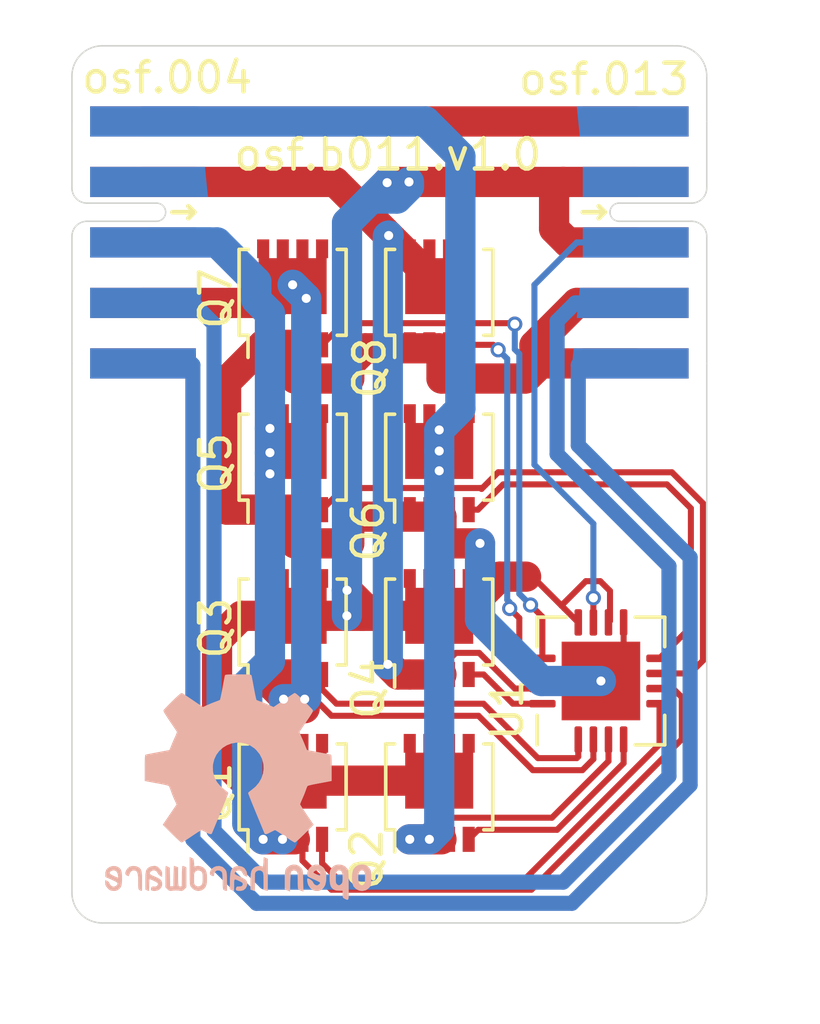
<source format=kicad_pcb>
(kicad_pcb (version 20211014) (generator pcbnew)
  (layers (0 "F.Cu" signal) (31 "B.Cu" signal) (34 "B.Paste" user) (35 "F.Paste" user) (36 "B.SilkS" user "B.Silkscreen") (37 "F.SilkS" user "F.Silkscreen") (38 "B.Mask" user) (39 "F.Mask" user) (44 "Edge.Cuts" user))
  (net 0 "")
  (net 1 "/snippet/CT_12")
  (net 2 "/snippet/TG_78")
  (net 3 "/snippet/CT_78")
  (net 4 "/snippet/TG_45")
  (net 5 "/snippet/CT_45")
  (net 6 "/snippet/TG_36")
  (net 7 "/snippet/CT_36")
  (net 8 "/snippet/TG_12")
  (net 9 "/snippet/VPORTP")
  (net 10 "/snippet/BG_78")
  (net 11 "GND")
  (net 12 "/snippet/BG_45")
  (net 13 "/snippet/BG_36")
  (net 14 "/snippet/BG_12")
  (net 15 "Net-(J1-Pad9)")
  (net 16 "Net-(J1-Pad10)")
  (net 17 "/snippet/VPORTN")
  (net 18 "/snippet/EN")
  (footprint "Package_TO_SOT_SMD:LFPAK33" (layer "F.Cu") (at 127.3 104.7 90)
    (fp_text reference "Q1" (at 0 -2.55 90) (layer "F.SilkS"))
    (fp_text value "PSMN075-100MSEX")
    (pad "1" smd rect (at -1.535 -0.975 90) (size 0.83 0.4) (layers "F.Cu" "F.Mask") (net 3 "/snippet/CT_78"))
    (pad "2" smd rect (at -1.535 -0.325 90) (size 0.83 0.4) (layers "F.Cu" "F.Mask") (net 3 "/snippet/CT_78"))
    (pad "3" smd rect (at -1.535 0.325 90) (size 0.83 0.4) (layers "F.Cu" "F.Mask") (net 3 "/snippet/CT_78"))
    (pad "4" smd rect (at -1.535 0.975 90) (size 0.83 0.4) (layers "F.Cu" "F.Mask") (net 2 "/snippet/TG_78"))
    (pad "5" smd custom (at 0.405 0 90) (size 1.85 2.25) (layers "F.Cu" "F.Mask") (net 9 "/snippet/VPORTP") (options (clearance outline) (anchor rect)) (primitives (gr_poly (pts (xy 1.545 -0.775) (xy 0.925 -0.775) (xy 0.925 -1.175) (xy 1.545 -1.175)) (width 0) (fill yes)) (gr_poly (pts (xy 1.545 -0.125) (xy 0.925 -0.125) (xy 0.925 -0.525) (xy 1.545 -0.525)) (width 0) (fill yes)) (gr_poly (pts (xy 1.545 0.525) (xy 0.925 0.525) (xy 0.925 0.125) (xy 1.545 0.125)) (width 0) (fill yes)) (gr_poly (pts (xy 1.545 1.175) (xy 0.925 1.175) (xy 0.925 0.775) (xy 1.545 0.775)) (width 0) (fill yes))))
  )
  (footprint "Package_TO_SOT_SMD:LFPAK33" (layer "F.Cu") (at 132.15 104.7 90)
    (fp_text reference "Q2" (at -2.2 -2.4 90) (layer "F.SilkS"))
    (fp_text value "PSMN075-100MSEX")
    (pad "1" smd rect (at -1.535 -0.975 90) (size 0.83 0.4) (layers "F.Cu" "F.Mask") (net 5 "/snippet/CT_45"))
    (pad "2" smd rect (at -1.535 -0.325 90) (size 0.83 0.4) (layers "F.Cu" "F.Mask") (net 5 "/snippet/CT_45"))
    (pad "3" smd rect (at -1.535 0.325 90) (size 0.83 0.4) (layers "F.Cu" "F.Mask") (net 5 "/snippet/CT_45"))
    (pad "4" smd rect (at -1.535 0.975 90) (size 0.83 0.4) (layers "F.Cu" "F.Mask") (net 4 "/snippet/TG_45"))
    (pad "5" smd custom (at 0.405 0 90) (size 1.85 2.25) (layers "F.Cu" "F.Mask") (net 9 "/snippet/VPORTP") (options (clearance outline) (anchor rect)) (primitives (gr_poly (pts (xy 1.545 -0.775) (xy 0.925 -0.775) (xy 0.925 -1.175) (xy 1.545 -1.175)) (width 0) (fill yes)) (gr_poly (pts (xy 1.545 -0.125) (xy 0.925 -0.125) (xy 0.925 -0.525) (xy 1.545 -0.525)) (width 0) (fill yes)) (gr_poly (pts (xy 1.545 0.525) (xy 0.925 0.525) (xy 0.925 0.125) (xy 1.545 0.125)) (width 0) (fill yes)) (gr_poly (pts (xy 1.545 1.175) (xy 0.925 1.175) (xy 0.925 0.775) (xy 1.545 0.775)) (width 0) (fill yes))))
  )
  (footprint "Package_TO_SOT_SMD:LFPAK33" (layer "F.Cu") (at 127.3 99.25 90)
    (fp_text reference "Q3" (at 0 -2.55 90) (layer "F.SilkS"))
    (fp_text value "PSMN075-100MSEX")
    (pad "1" smd rect (at -1.535 -0.975 90) (size 0.83 0.4) (layers "F.Cu" "F.Mask") (net 7 "/snippet/CT_36"))
    (pad "2" smd rect (at -1.535 -0.325 90) (size 0.83 0.4) (layers "F.Cu" "F.Mask") (net 7 "/snippet/CT_36"))
    (pad "3" smd rect (at -1.535 0.325 90) (size 0.83 0.4) (layers "F.Cu" "F.Mask") (net 7 "/snippet/CT_36"))
    (pad "4" smd rect (at -1.535 0.975 90) (size 0.83 0.4) (layers "F.Cu" "F.Mask") (net 6 "/snippet/TG_36"))
    (pad "5" smd custom (at 0.405 0 90) (size 1.85 2.25) (layers "F.Cu" "F.Mask") (net 9 "/snippet/VPORTP") (options (clearance outline) (anchor rect)) (primitives (gr_poly (pts (xy 1.545 -0.775) (xy 0.925 -0.775) (xy 0.925 -1.175) (xy 1.545 -1.175)) (width 0) (fill yes)) (gr_poly (pts (xy 1.545 -0.125) (xy 0.925 -0.125) (xy 0.925 -0.525) (xy 1.545 -0.525)) (width 0) (fill yes)) (gr_poly (pts (xy 1.545 0.525) (xy 0.925 0.525) (xy 0.925 0.125) (xy 1.545 0.125)) (width 0) (fill yes)) (gr_poly (pts (xy 1.545 1.175) (xy 0.925 1.175) (xy 0.925 0.775) (xy 1.545 0.775)) (width 0) (fill yes))))
  )
  (footprint "Package_TO_SOT_SMD:LFPAK33" (layer "F.Cu") (at 132.15 99.25 90)
    (fp_text reference "Q4" (at -2 -2.35 90) (layer "F.SilkS"))
    (fp_text value "PSMN075-100MSEX")
    (pad "1" smd rect (at -1.535 -0.975 90) (size 0.83 0.4) (layers "F.Cu" "F.Mask") (net 1 "/snippet/CT_12"))
    (pad "2" smd rect (at -1.535 -0.325 90) (size 0.83 0.4) (layers "F.Cu" "F.Mask") (net 1 "/snippet/CT_12"))
    (pad "3" smd rect (at -1.535 0.325 90) (size 0.83 0.4) (layers "F.Cu" "F.Mask") (net 1 "/snippet/CT_12"))
    (pad "4" smd rect (at -1.535 0.975 90) (size 0.83 0.4) (layers "F.Cu" "F.Mask") (net 8 "/snippet/TG_12"))
    (pad "5" smd custom (at 0.405 0 90) (size 1.85 2.25) (layers "F.Cu" "F.Mask") (net 9 "/snippet/VPORTP") (options (clearance outline) (anchor rect)) (primitives (gr_poly (pts (xy 1.545 -0.775) (xy 0.925 -0.775) (xy 0.925 -1.175) (xy 1.545 -1.175)) (width 0) (fill yes)) (gr_poly (pts (xy 1.545 -0.125) (xy 0.925 -0.125) (xy 0.925 -0.525) (xy 1.545 -0.525)) (width 0) (fill yes)) (gr_poly (pts (xy 1.545 0.525) (xy 0.925 0.525) (xy 0.925 0.125) (xy 1.545 0.125)) (width 0) (fill yes)) (gr_poly (pts (xy 1.545 1.175) (xy 0.925 1.175) (xy 0.925 0.775) (xy 1.545 0.775)) (width 0) (fill yes))))
  )
  (footprint "Package_TO_SOT_SMD:LFPAK33" (layer "F.Cu") (at 127.3 93.8 90)
    (fp_text reference "Q5" (at 0 -2.55 90) (layer "F.SilkS"))
    (fp_text value "PSMN075-100MSEX")
    (pad "1" smd rect (at -1.535 -0.975 90) (size 0.83 0.4) (layers "F.Cu" "F.Mask") (net 17 "/snippet/VPORTN"))
    (pad "2" smd rect (at -1.535 -0.325 90) (size 0.83 0.4) (layers "F.Cu" "F.Mask") (net 17 "/snippet/VPORTN"))
    (pad "3" smd rect (at -1.535 0.325 90) (size 0.83 0.4) (layers "F.Cu" "F.Mask") (net 17 "/snippet/VPORTN"))
    (pad "4" smd rect (at -1.535 0.975 90) (size 0.83 0.4) (layers "F.Cu" "F.Mask") (net 10 "/snippet/BG_78"))
    (pad "5" smd custom (at 0.405 0 90) (size 1.85 2.25) (layers "F.Cu" "F.Mask") (net 3 "/snippet/CT_78") (options (clearance outline) (anchor rect)) (primitives (gr_poly (pts (xy 1.545 -0.775) (xy 0.925 -0.775) (xy 0.925 -1.175) (xy 1.545 -1.175)) (width 0) (fill yes)) (gr_poly (pts (xy 1.545 -0.125) (xy 0.925 -0.125) (xy 0.925 -0.525) (xy 1.545 -0.525)) (width 0) (fill yes)) (gr_poly (pts (xy 1.545 0.525) (xy 0.925 0.525) (xy 0.925 0.125) (xy 1.545 0.125)) (width 0) (fill yes)) (gr_poly (pts (xy 1.545 1.175) (xy 0.925 1.175) (xy 0.925 0.775) (xy 1.545 0.775)) (width 0) (fill yes))))
  )
  (footprint "Package_TO_SOT_SMD:LFPAK33" (layer "F.Cu") (at 132.15 93.8 90)
    (fp_text reference "Q6" (at -2.25 -2.35 90) (layer "F.SilkS"))
    (fp_text value "PSMN075-100MSEX")
    (pad "1" smd rect (at -1.535 -0.975 90) (size 0.83 0.4) (layers "F.Cu" "F.Mask") (net 17 "/snippet/VPORTN"))
    (pad "2" smd rect (at -1.535 -0.325 90) (size 0.83 0.4) (layers "F.Cu" "F.Mask") (net 17 "/snippet/VPORTN"))
    (pad "3" smd rect (at -1.535 0.325 90) (size 0.83 0.4) (layers "F.Cu" "F.Mask") (net 17 "/snippet/VPORTN"))
    (pad "4" smd rect (at -1.535 0.975 90) (size 0.83 0.4) (layers "F.Cu" "F.Mask") (net 12 "/snippet/BG_45"))
    (pad "5" smd custom (at 0.405 0 90) (size 1.85 2.25) (layers "F.Cu" "F.Mask") (net 5 "/snippet/CT_45") (options (clearance outline) (anchor rect)) (primitives (gr_poly (pts (xy 1.545 -0.775) (xy 0.925 -0.775) (xy 0.925 -1.175) (xy 1.545 -1.175)) (width 0) (fill yes)) (gr_poly (pts (xy 1.545 -0.125) (xy 0.925 -0.125) (xy 0.925 -0.525) (xy 1.545 -0.525)) (width 0) (fill yes)) (gr_poly (pts (xy 1.545 0.525) (xy 0.925 0.525) (xy 0.925 0.125) (xy 1.545 0.125)) (width 0) (fill yes)) (gr_poly (pts (xy 1.545 1.175) (xy 0.925 1.175) (xy 0.925 0.775) (xy 1.545 0.775)) (width 0) (fill yes))))
  )
  (footprint "Package_TO_SOT_SMD:LFPAK33" (layer "F.Cu") (at 127.3 88.35 90)
    (fp_text reference "Q7" (at 0 -2.55 90) (layer "F.SilkS"))
    (fp_text value "PSMN075-100MSEX")
    (pad "1" smd rect (at -1.535 -0.975 90) (size 0.83 0.4) (layers "F.Cu" "F.Mask") (net 17 "/snippet/VPORTN"))
    (pad "2" smd rect (at -1.535 -0.325 90) (size 0.83 0.4) (layers "F.Cu" "F.Mask") (net 17 "/snippet/VPORTN"))
    (pad "3" smd rect (at -1.535 0.325 90) (size 0.83 0.4) (layers "F.Cu" "F.Mask") (net 17 "/snippet/VPORTN"))
    (pad "4" smd rect (at -1.535 0.975 90) (size 0.83 0.4) (layers "F.Cu" "F.Mask") (net 13 "/snippet/BG_36"))
    (pad "5" smd custom (at 0.405 0 90) (size 1.85 2.25) (layers "F.Cu" "F.Mask") (net 7 "/snippet/CT_36") (options (clearance outline) (anchor rect)) (primitives (gr_poly (pts (xy 1.545 -0.775) (xy 0.925 -0.775) (xy 0.925 -1.175) (xy 1.545 -1.175)) (width 0) (fill yes)) (gr_poly (pts (xy 1.545 -0.125) (xy 0.925 -0.125) (xy 0.925 -0.525) (xy 1.545 -0.525)) (width 0) (fill yes)) (gr_poly (pts (xy 1.545 0.525) (xy 0.925 0.525) (xy 0.925 0.125) (xy 1.545 0.125)) (width 0) (fill yes)) (gr_poly (pts (xy 1.545 1.175) (xy 0.925 1.175) (xy 0.925 0.775) (xy 1.545 0.775)) (width 0) (fill yes))))
  )
  (footprint "Package_TO_SOT_SMD:LFPAK33" (layer "F.Cu") (at 132.15 88.35 90)
    (fp_text reference "Q8" (at -2.3 -2.3 90) (layer "F.SilkS"))
    (fp_text value "PSMN075-100MSEX")
    (pad "1" smd rect (at -1.535 -0.975 90) (size 0.83 0.4) (layers "F.Cu" "F.Mask") (net 17 "/snippet/VPORTN"))
    (pad "2" smd rect (at -1.535 -0.325 90) (size 0.83 0.4) (layers "F.Cu" "F.Mask") (net 17 "/snippet/VPORTN"))
    (pad "3" smd rect (at -1.535 0.325 90) (size 0.83 0.4) (layers "F.Cu" "F.Mask") (net 17 "/snippet/VPORTN"))
    (pad "4" smd rect (at -1.535 0.975 90) (size 0.83 0.4) (layers "F.Cu" "F.Mask") (net 14 "/snippet/BG_12"))
    (pad "5" smd custom (at 0.405 0 90) (size 1.85 2.25) (layers "F.Cu" "F.Mask") (net 1 "/snippet/CT_12") (options (clearance outline) (anchor rect)) (primitives (gr_poly (pts (xy 1.545 -0.775) (xy 0.925 -0.775) (xy 0.925 -1.175) (xy 1.545 -1.175)) (width 0) (fill yes)) (gr_poly (pts (xy 1.545 -0.125) (xy 0.925 -0.125) (xy 0.925 -0.525) (xy 1.545 -0.525)) (width 0) (fill yes)) (gr_poly (pts (xy 1.545 0.525) (xy 0.925 0.525) (xy 0.925 0.125) (xy 1.545 0.125)) (width 0) (fill yes)) (gr_poly (pts (xy 1.545 1.175) (xy 0.925 1.175) (xy 0.925 0.775) (xy 1.545 0.775)) (width 0) (fill yes))))
  )
  (footprint "Package_DFN_QFN:WQFN-16-1EP_4x4mm_P0.5mm_EP2.6x2.6mm" (layer "F.Cu") (at 137.5 101 90)
    (fp_text reference "U1" (at -0.95 -3.1 90) (layer "F.SilkS"))
    (fp_text value "LT4321")
    (pad "1" smd roundrect (at -1.9375 -0.75 90) (size 0.875 0.25) (layers "F.Cu" "F.Paste" "F.Mask") (net 6 "/snippet/TG_36"))
    (pad "2" smd roundrect (at -1.9375 -0.25 90) (size 0.875 0.25) (layers "F.Cu" "F.Paste" "F.Mask") (net 7 "/snippet/CT_36"))
    (pad "3" smd roundrect (at -1.9375 0.25 90) (size 0.875 0.25) (layers "F.Cu" "F.Paste" "F.Mask") (net 5 "/snippet/CT_45"))
    (pad "4" smd roundrect (at -1.9375 0.75 90) (size 0.875 0.25) (layers "F.Cu" "F.Paste" "F.Mask") (net 4 "/snippet/TG_45"))
    (pad "5" smd roundrect (at -0.75 1.9375 90) (size 0.25 0.875) (layers "F.Cu" "F.Paste" "F.Mask") (net 2 "/snippet/TG_78"))
    (pad "6" smd roundrect (at -0.25 1.9375 90) (size 0.25 0.875) (layers "F.Cu" "F.Paste" "F.Mask") (net 3 "/snippet/CT_78"))
    (pad "7" smd roundrect (at 0.25 1.9375 90) (size 0.25 0.875) (layers "F.Cu" "F.Paste" "F.Mask") (net 10 "/snippet/BG_78"))
    (pad "8" smd roundrect (at 0.75 1.9375 90) (size 0.25 0.875) (layers "F.Cu" "F.Paste" "F.Mask") (net 12 "/snippet/BG_45"))
    (pad "9" smd roundrect (at 1.9375 0.75 90) (size 0.875 0.25) (layers "F.Cu" "F.Paste" "F.Mask") (net 17 "/snippet/VPORTN"))
    (pad "10" smd roundrect (at 1.9375 0.25 90) (size 0.875 0.25) (layers "F.Cu" "F.Paste" "F.Mask") (net 9 "/snippet/VPORTP"))
    (pad "11" smd roundrect (at 1.9375 -0.25 90) (size 0.875 0.25) (layers "F.Cu" "F.Paste" "F.Mask") (net 18 "/snippet/EN"))
    (pad "12" smd roundrect (at 1.9375 -0.75 90) (size 0.875 0.25) (layers "F.Cu" "F.Paste" "F.Mask") (net 9 "/snippet/VPORTP"))
    (pad "13" smd roundrect (at 0.75 -1.9375 90) (size 0.25 0.875) (layers "F.Cu" "F.Paste" "F.Mask") (net 13 "/snippet/BG_36"))
    (pad "14" smd roundrect (at 0.25 -1.9375 90) (size 0.25 0.875) (layers "F.Cu" "F.Paste" "F.Mask") (net 14 "/snippet/BG_12"))
    (pad "15" smd roundrect (at -0.25 -1.9375 90) (size 0.25 0.875) (layers "F.Cu" "F.Paste" "F.Mask") (net 1 "/snippet/CT_12"))
    (pad "16" smd roundrect (at -0.75 -1.9375 90) (size 0.25 0.875) (layers "F.Cu" "F.Paste" "F.Mask") (net 8 "/snippet/TG_12"))
    (pad "17" smd rect (at 0 0 90) (size 2.6 2.6) (layers "F.Cu" "F.Mask") (net 17 "/snippet/VPORTN"))
  )
  (footprint "on_edge:on_edge_2x05_device" (layer "F.Cu") (at 120 86.5 -90)
    (fp_text reference "J1")
    (fp_text value "004_BASE-T_CT_2x3")
    (fp_line (start -1.3 -2.8) (end -1.3 -0.5) (layer "Edge.Cuts") (width 0.05))
    (fp_line (start -0.7 -0.5) (end -0.7 -2.8) (layer "Edge.Cuts") (width 0.05))
    (fp_line (start -4 0) (end -1.8 0) (layer "Edge.Cuts") (width 0.05))
    (fp_line (start -0.2 0) (end 4 0) (layer "Edge.Cuts") (width 0.05))
    (fp_arc (start -0.2 0) (mid -0.553553 -0.146447) (end -0.7 -0.5) (layer "Edge.Cuts") (width 0.05))
    (fp_arc (start -1.3 -0.5) (mid -1.446447 -0.146447) (end -1.8 0) (layer "Edge.Cuts") (width 0.05))
    (fp_arc (start -1.3 -2.8) (mid -1 -3.1) (end -0.7 -2.8) (layer "Edge.Cuts") (width 0.05))
    (pad "1" smd rect (at -4 -2.35 90) (size 1 3.5) (layers "F.Cu" "F.Mask") (net 11 "GND"))
    (pad "2" smd rect (at -2 -2.35 270) (size 1 3.5) (layers "F.Cu" "F.Mask") (net 1 "/snippet/CT_12"))
    (pad "3" smd rect (at 0 -2.35 270) (size 1 3.5) (layers "F.Cu" "F.Mask"))
    (pad "4" smd rect (at 2 -2.35 90) (size 1 3.5) (layers "F.Cu" "F.Mask") (net 7 "/snippet/CT_36"))
    (pad "5" smd rect (at 4 -2.35 90) (size 1 3.5) (layers "F.Cu" "F.Mask"))
    (pad "6" smd custom (at -4 -2.4 270) (size 1 3.6) (layers "B.Cu" "B.Mask") (net 5 "/snippet/CT_45") (options (clearance outline) (anchor rect)) (primitives (gr_poly (pts (xy 0.5 -1.8) (xy 0.5 -1.9) (xy -0.5 -1.8)) (width 0) (fill yes))))
    (pad "7" smd custom (at -2 -2.1 270) (size 1 3) (layers "B.Cu" "B.Mask") (options (clearance outline) (anchor rect)) (primitives (gr_poly (pts (xy 0.3 -0.51) (xy 0.31 -0.62) (xy 0.33 -0.7) (xy 0.35 -0.76) (xy 0.37 -0.81) (xy 0.4 -0.86) (xy 0.44 -0.92) (xy 0.48 -0.97) (xy 0.5 -0.99) (xy 0.5 -2.4) (xy -0.5 -2.3) (xy -0.5 1.5) (xy 0.3 1.5)) (width 0) (fill yes))))
    (pad "8" smd rect (at 0 -2.6 270) (size 1 4) (layers "B.Cu" "B.Mask") (net 3 "/snippet/CT_78"))
    (pad "9" smd custom (at 2 -2.4 270) (size 1 3.6) (layers "B.Cu" "B.Mask") (net 15 "Net-(J1-Pad9)") (options (clearance outline) (anchor rect)) (primitives (gr_poly (pts (xy -0.5 -1.8) (xy -0.5 -1.9) (xy 0.5 -1.8)) (width 0) (fill yes))))
    (pad "10" smd custom (at 4 -2.3 270) (size 1 3.4) (layers "B.Cu" "B.Mask") (net 16 "Net-(J1-Pad10)") (options (clearance outline) (anchor rect)) (primitives (gr_poly (pts (xy -0.5 -1.7) (xy -0.5 -1.8) (xy 0.5 -1.7)) (width 0) (fill yes))))
  )
  (footprint "on_edge:on_edge_2x05_host" (layer "F.Cu") (at 141 86.5 -90)
    (fp_text reference "J2")
    (fp_text value "013_PoE_rectified")
    (fp_line (start -0.2 0) (end 4 0) (layer "Edge.Cuts") (width 0.05))
    (fp_line (start -0.7 2.9) (end -0.7 0.5) (layer "Edge.Cuts") (width 0.05))
    (fp_line (start -4 0) (end -1.8 0) (layer "Edge.Cuts") (width 0.05))
    (fp_line (start -1.3 0.5) (end -1.3 2.9) (layer "Edge.Cuts") (width 0.05))
    (fp_arc (start -0.7 2.9) (mid -1 3.2) (end -1.3 2.9) (layer "Edge.Cuts") (width 0.05))
    (fp_arc (start -0.7 0.5) (mid -0.553553 0.146447) (end -0.2 0) (layer "Edge.Cuts") (width 0.05))
    (fp_arc (start -1.8 0) (mid -1.446447 0.146447) (end -1.3 0.5) (layer "Edge.Cuts") (width 0.05))
    (pad "1" smd rect (at -4 2.35 270) (size 1 3.5) (layers "F.Cu" "F.Mask") (net 11 "GND"))
    (pad "2" smd rect (at -2 2.35 270) (size 1 3.5) (layers "F.Cu" "F.Mask") (net 9 "/snippet/VPORTP"))
    (pad "3" smd rect (at 0 2.35 270) (size 1 3.5) (layers "F.Cu" "F.Mask") (net 9 "/snippet/VPORTP"))
    (pad "4" smd rect (at 2 2.35 270) (size 1 3.5) (layers "F.Cu" "F.Mask") (net 17 "/snippet/VPORTN"))
    (pad "5" smd rect (at 4 2.35 270) (size 1 3.5) (layers "F.Cu" "F.Mask") (net 17 "/snippet/VPORTN"))
    (pad "6" smd custom (at -4 2.4 90) (size 1 3.6) (layers "B.Cu" "B.Mask") (options (clearance outline) (anchor rect)) (primitives (gr_poly (pts (xy 0.5 -1.8) (xy -0.5 -1.8) (xy 0.5 -1.9)) (width 0) (fill yes))))
    (pad "7" smd rect (at -2 2.35 90) (size 1 3.5) (layers "B.Cu" "B.Mask"))
    (pad "8" smd rect (at 0 2.35 90) (size 1 3.5) (layers "B.Cu" "B.Mask") (net 18 "/snippet/EN"))
    (pad "9" smd custom (at 2 2.4 90) (size 1 3.6) (layers "B.Cu" "B.Mask") (net 15 "Net-(J1-Pad9)") (options (clearance outline) (anchor rect)) (primitives (gr_poly (pts (xy 0.5 -1.8) (xy -0.5 -1.8) (xy -0.5 -1.9)) (width 0) (fill yes))))
    (pad "10" smd custom (at 4 2.5 90) (size 1 3.8) (layers "B.Cu" "B.Mask") (net 16 "Net-(J1-Pad10)") (options (clearance outline) (anchor rect)) (primitives (gr_poly (pts (xy 0.5 -1.9) (xy -0.5 -1.9) (xy -0.5 -2)) (width 0) (fill yes))))
  )
  (footprint "Symbol:OSHW-Logo2_9.8x8mm_SilkScreen" (layer "B.Cu") (at 125.5 104.5 180)
    (fp_text reference "LOGO1" hide)
    (fp_text value "Logo_Open_Hardware_Small" hide)
  )
  (gr_line (start 120 108) (end 120 90.5) (layer "Edge.Cuts") (width 0.05))
  (gr_arc (start 141 108) (mid 140.707107 108.707107) (end 140 109) (layer "Edge.Cuts") (width 0.05))
  (gr_line (start 141 82.5) (end 141 81) (layer "Edge.Cuts") (width 0.05))
  (gr_line (start 120 82.5) (end 120 81) (layer "Edge.Cuts") (width 0.05))
  (gr_line (start 141 90.5) (end 141 108) (layer "Edge.Cuts") (width 0.05))
  (gr_arc (start 121 109) (mid 120.292893 108.707107) (end 120 108) (layer "Edge.Cuts") (width 0.05))
  (gr_line (start 140 109) (end 121 109) (layer "Edge.Cuts") (width 0.05))
  (gr_arc (start 120 81) (mid 120.292893 80.292893) (end 121 80) (layer "Edge.Cuts") (width 0.05))
  (gr_arc (start 140 80) (mid 140.707107 80.292893) (end 141 81) (layer "Edge.Cuts") (width 0.05))
  (gr_line (start 121 80) (end 140 80) (layer "Edge.Cuts") (width 0.05))
  (gr_text "osf.013" (at 137.6 81.1) (layer "F.SilkS") (effects (font (size 1 1))))
  (gr_text "osf.b011.v1.0" (at 130.45 83.6) (layer "F.SilkS") (effects (font (size 1 1))))
  (gr_text "osf.004" (at 123.15 81.05) (layer "F.SilkS") (effects (font (size 1 1))))
  (segment (start 122.35 84.5) (end 128.705 84.5) (width 1) (layer "F.Cu") (net 1))
  (segment (start 131.175 100.785) (end 130.785 100.785) (width 1) (layer "F.Cu") (net 1))
  (segment (start 133.47 100.07) (end 132.7 100.07) (width 0.2) (layer "F.Cu") (net 1))
  (segment (start 128.705 84.5) (end 130.4775 86.2725) (width 1) (layer "F.Cu") (net 1))
  (segment (start 131.175 100.785) (end 132.225 100.785) (width 1) (layer "F.Cu") (net 1))
  (segment (start 132.7 100.07) (end 132.475 100.295) (width 0.2) (layer "F.Cu") (net 1))
  (segment (start 130.785 100.785) (end 130.45 100.45) (width 1) (layer "F.Cu") (net 1))
  (segment (start 130.4775 86.2725) (end 132.15 87.945) (width 1) (layer "F.Cu") (net 1))
  (segment (start 134.65 101.25) (end 133.47 100.07) (width 0.2) (layer "F.Cu") (net 1))
  (segment (start 135.5625 101.25) (end 134.65 101.25) (width 0.2) (layer "F.Cu") (net 1))
  (segment (start 132.475 100.295) (end 132.475 100.785) (width 0.2) (layer "F.Cu") (net 1))
  (via (at 130.45 100.45) (size 0.5) (drill 0.3) (layers "F.Cu" "B.Cu") (net 1))
  (via (at 130.4775 86.2725) (size 0.5) (drill 0.3) (layers "F.Cu" "B.Cu") (net 1))
  (segment (start 130.45 100.45) (end 130.45 86.3) (width 1) (layer "B.Cu") (net 1))
  (segment (start 130.45 86.3) (end 130.4775 86.2725) (width 1) (layer "B.Cu") (net 1))
  (segment (start 128.275 107.025) (end 128.275 106.235) (width 0.2) (layer "F.Cu") (net 2))
  (segment (start 139.4375 103.096814) (end 135.034314 107.5) (width 0.2) (layer "F.Cu") (net 2))
  (segment (start 135.034314 107.5) (end 128.75 107.5) (width 0.2) (layer "F.Cu") (net 2))
  (segment (start 139.4375 101.75) (end 139.4375 103.096814) (width 0.2) (layer "F.Cu") (net 2))
  (segment (start 128.75 107.5) (end 128.275 107.025) (width 0.2) (layer "F.Cu") (net 2))
  (segment (start 140.175 102.925) (end 140.175 101.537348) (width 0.2) (layer "F.Cu") (net 3))
  (segment (start 135.2 107.9) (end 140.175 102.925) (width 0.2) (layer "F.Cu") (net 3))
  (segment (start 127.625 106.235) (end 127.625 106.940686) (width 0.2) (layer "F.Cu") (net 3))
  (segment (start 128.584314 107.9) (end 135.2 107.9) (width 0.2) (layer "F.Cu") (net 3))
  (segment (start 127.625 106.940686) (end 128.584314 107.9) (width 0.2) (layer "F.Cu") (net 3))
  (segment (start 126.965 106.235) (end 127.375 106.235) (width 1) (layer "F.Cu") (net 3))
  (segment (start 126.325 106.235) (end 126.965 106.235) (width 1) (layer "F.Cu") (net 3))
  (segment (start 139.887652 101.25) (end 139.4375 101.25) (width 0.2) (layer "F.Cu") (net 3))
  (segment (start 140.175 101.537348) (end 139.887652 101.25) (width 0.2) (layer "F.Cu") (net 3))
  (via (at 126.325 106.235) (size 0.5) (drill 0.3) (layers "F.Cu" "B.Cu") (net 3))
  (via (at 126.55 94.15) (size 0.5) (drill 0.3) (layers "F.Cu" "B.Cu") (net 3))
  (via (at 126.55 93.45) (size 0.5) (drill 0.3) (layers "F.Cu" "B.Cu") (net 3))
  (via (at 126.965 106.235) (size 0.5) (drill 0.3) (layers "F.Cu" "B.Cu") (net 3))
  (via (at 126.55 92.65) (size 0.5) (drill 0.3) (layers "F.Cu" "B.Cu") (net 3))
  (segment (start 126.55 93.45) (end 126.55 92.65) (width 1) (layer "B.Cu") (net 3))
  (segment (start 126.965 106.015) (end 126.965 106.235) (width 1) (layer "B.Cu") (net 3))
  (segment (start 126 105.05) (end 126.965 106.015) (width 1) (layer "B.Cu") (net 3))
  (segment (start 126.55 100.352944) (end 125.8 101.102944) (width 1) (layer "B.Cu") (net 3))
  (segment (start 124.8 86.5) (end 122.6 86.5) (width 1) (layer "B.Cu") (net 3))
  (segment (start 125.8 105.05) (end 125.8 105.71) (width 1) (layer "B.Cu") (net 3))
  (segment (start 126.55 94.15) (end 126.55 100.352944) (width 1) (layer "B.Cu") (net 3))
  (segment (start 125.8 101.102944) (end 125.8 105.05) (width 1) (layer "B.Cu") (net 3))
  (segment (start 125.8 105.71) (end 126.325 106.235) (width 1) (layer "B.Cu") (net 3))
  (segment (start 126.55 93.45) (end 126.55 94.15) (width 1) (layer "B.Cu") (net 3))
  (segment (start 126.1 88.397056) (end 126.1 87.8) (width 1) (layer "B.Cu") (net 3))
  (segment (start 126.55 92.65) (end 126.55 88.847056) (width 1) (layer "B.Cu") (net 3))
  (segment (start 125.8 105.05) (end 126 105.05) (width 1) (layer "B.Cu") (net 3))
  (segment (start 126.1 87.8) (end 124.8 86.5) (width 1) (layer "B.Cu") (net 3))
  (segment (start 126.55 88.847056) (end 126.1 88.397056) (width 1) (layer "B.Cu") (net 3))
  (segment (start 133.125 106.235) (end 133.44 105.92) (width 0.2) (layer "F.Cu") (net 4))
  (segment (start 133.44 105.92) (end 136.048628 105.92) (width 0.2) (layer "F.Cu") (net 4))
  (segment (start 136.048628 105.92) (end 138.25 103.718628) (width 0.2) (layer "F.Cu") (net 4))
  (segment (start 138.25 103.718628) (end 138.25 102.9375) (width 0.2) (layer "F.Cu") (net 4))
  (segment (start 132.575 105.52) (end 135.88 105.52) (width 0.2) (layer "F.Cu") (net 5))
  (segment (start 131.175 106.235) (end 132.225 106.235) (width 1) (layer "F.Cu") (net 5))
  (segment (start 137.75 103.65) (end 137.75 102.9375) (width 0.2) (layer "F.Cu") (net 5))
  (segment (start 132.475 105.62) (end 132.575 105.52) (width 0.2) (layer "F.Cu") (net 5))
  (segment (start 132.475 106.235) (end 132.475 105.62) (width 0.2) (layer "F.Cu") (net 5))
  (segment (start 135.88 105.52) (end 137.75 103.65) (width 0.2) (layer "F.Cu") (net 5))
  (via (at 131.175 106.235) (size 0.5) (drill 0.3) (layers "F.Cu" "B.Cu") (net 5))
  (via (at 132.15 94.05) (size 0.5) (drill 0.3) (layers "F.Cu" "B.Cu") (net 5))
  (via (at 131.825 106.235) (size 0.5) (drill 0.3) (layers "F.Cu" "B.Cu") (net 5))
  (via (at 132.15 93.395) (size 0.5) (drill 0.3) (layers "F.Cu" "B.Cu") (net 5))
  (via (at 132.15 92.7) (size 0.5) (drill 0.3) (layers "F.Cu" "B.Cu") (net 5))
  (segment (start 131.825 106.235) (end 131.175 106.235) (width 1) (layer "B.Cu") (net 5))
  (segment (start 132.15 105.91) (end 131.825 106.235) (width 1) (layer "B.Cu") (net 5))
  (segment (start 132.85 92) (end 132.15 92.7) (width 1) (layer "B.Cu") (net 5))
  (segment (start 132.15 92.7) (end 132.15 93.395) (width 1) (layer "B.Cu") (net 5))
  (segment (start 132.15 93.395) (end 132.15 94.05) (width 1) (layer "B.Cu") (net 5))
  (segment (start 122.4 82.5) (end 131.7 82.5) (width 1) (layer "B.Cu") (net 5))
  (segment (start 131.7 82.5) (end 132.85 83.65) (width 1) (layer "B.Cu") (net 5))
  (segment (start 132.85 83.65) (end 132.85 92) (width 1) (layer "B.Cu") (net 5))
  (segment (start 132.15 94.05) (end 132.15 105.91) (width 1) (layer "B.Cu") (net 5))
  (segment (start 128.275 101.275) (end 128.275 100.785) (width 0.2) (layer "F.Cu") (net 6))
  (segment (start 136.7 103.55) (end 135.415686 103.55) (width 0.2) (layer "F.Cu") (net 6))
  (segment (start 128.75 101.75) (end 128.275 101.275) (width 0.2) (layer "F.Cu") (net 6))
  (segment (start 135.415686 103.55) (end 133.615686 101.75) (width 0.2) (layer "F.Cu") (net 6))
  (segment (start 133.615686 101.75) (end 128.75 101.75) (width 0.2) (layer "F.Cu") (net 6))
  (segment (start 136.75 102.9375) (end 136.75 103.5) (width 0.2) (layer "F.Cu") (net 6))
  (segment (start 136.75 103.5) (end 136.7 103.55) (width 0.2) (layer "F.Cu") (net 6))
  (segment (start 128.584314 102.15) (end 133.45 102.15) (width 0.2) (layer "F.Cu") (net 7))
  (segment (start 127.375 101.9) (end 127.7 101.9) (width 1) (layer "F.Cu") (net 7))
  (segment (start 126.325 100.85) (end 127.375 101.9) (width 1) (layer "F.Cu") (net 7))
  (segment (start 135.25 103.95) (end 136.884314 103.95) (width 0.2) (layer "F.Cu") (net 7))
  (segment (start 126.325 100.785) (end 127.375 100.785) (width 1) (layer "F.Cu") (net 7))
  (segment (start 126.325 100.785) (end 126.325 100.85) (width 1) (layer "F.Cu") (net 7))
  (segment (start 127.3 87.945) (end 127.3 87.9) (width 1) (layer "F.Cu") (net 7))
  (segment (start 127.625 100.785) (end 127.625 101.190686) (width 0.2) (layer "F.Cu") (net 7))
  (segment (start 122.35 88.5) (end 126.745 88.5) (width 1) (layer "F.Cu") (net 7))
  (segment (start 127 101.6) (end 127 100.81) (width 1) (layer "F.Cu") (net 7))
  (segment (start 136.884314 103.95) (end 137.25 103.584314) (width 0.2) (layer "F.Cu") (net 7))
  (segment (start 137.25 103.584314) (end 137.25 102.9375) (width 0.2) (layer "F.Cu") (net 7))
  (segment (start 126.745 88.5) (end 127.3 87.945) (width 1) (layer "F.Cu") (net 7))
  (segment (start 133.45 102.15) (end 135.25 103.95) (width 0.2) (layer "F.Cu") (net 7))
  (segment (start 127.625 101.190686) (end 128.584314 102.15) (width 0.2) (layer "F.Cu") (net 7))
  (segment (start 127 100.81) (end 126.975 100.785) (width 1) (layer "F.Cu") (net 7))
  (via (at 127.75 88.35) (size 0.5) (drill 0.3) (layers "F.Cu" "B.Cu") (net 7))
  (via (at 127.3 87.9) (size 0.5) (drill 0.3) (layers "F.Cu" "B.Cu") (net 7))
  (via (at 127 101.6) (size 0.5) (drill 0.3) (layers "F.Cu" "B.Cu") (net 7))
  (via (at 127.7 101.6) (size 0.5) (drill 0.3) (layers "F.Cu" "B.Cu") (net 7))
  (segment (start 127.7 101.6) (end 127.75 101.55) (width 1) (layer "B.Cu") (net 7))
  (segment (start 127 101.6) (end 127.7 101.6) (width 1) (layer "B.Cu") (net 7))
  (segment (start 127.3 87.9) (end 127.75 88.35) (width 1) (layer "B.Cu") (net 7))
  (segment (start 127.75 88.35) (end 127.75 101.55) (width 1) (layer "B.Cu") (net 7))
  (segment (start 133.619314 100.785) (end 134.584314 101.75) (width 0.2) (layer "F.Cu") (net 8))
  (segment (start 133.125 100.785) (end 133.619314 100.785) (width 0.2) (layer "F.Cu") (net 8))
  (segment (start 134.584314 101.75) (end 135.5625 101.75) (width 0.2) (layer "F.Cu") (net 8))
  (segment (start 137.75 99.0625) (end 137.8 99.0125) (width 0.2) (layer "F.Cu") (net 9))
  (segment (start 136.29375 98.60625) (end 136.75 99.0625) (width 0.2) (layer "F.Cu") (net 9))
  (segment (start 135.95 86.05) (end 135.95 84.8) (width 1) (layer "F.Cu") (net 9))
  (segment (start 132.15 104.295) (end 127.3 104.295) (width 1) (layer "F.Cu") (net 9))
  (segment (start 137.477818 97.7) (end 137 97.7) (width 0.2) (layer "F.Cu") (net 9))
  (segment (start 138.65 84.5) (end 136.25 84.5) (width 1) (layer "F.Cu") (net 9))
  (segment (start 135.95 84.8) (end 136.25 84.5) (width 1) (layer "F.Cu") (net 9))
  (segment (start 135.025 97.55) (end 134.15 97.55) (width 1) (layer "F.Cu") (net 9))
  (segment (start 125.695 104.295) (end 124.8 103.4) (width 1) (layer "F.Cu") (net 9))
  (segment (start 129.605 98.845) (end 132.15 98.845) (width 1) (layer "F.Cu") (net 9))
  (segment (start 136.25 84.5) (end 131.15 84.5) (width 1) (layer "F.Cu") (net 9))
  (segment (start 129.095 98.845) (end 129.605 98.845) (width 1) (layer "F.Cu") (net 9))
  (segment (start 134.15 97.55) (end 132.855 98.845) (width 1) (layer "F.Cu") (net 9))
  (segment (start 127.3 98.845) (end 129.095 98.845) (width 1) (layer "F.Cu") (net 9))
  (segment (start 129.605 98.505) (end 129.605 98.845) (width 1) (layer "F.Cu") (net 9))
  (segment (start 127.3 104.295) (end 125.695 104.295) (width 1) (layer "F.Cu") (net 9))
  (segment (start 135.2375 97.55) (end 136.19375 98.50625) (width 0.2) (layer "F.Cu") (net 9))
  (segment (start 135.025 97.55) (end 135.2375 97.55) (width 0.2) (layer "F.Cu") (net 9))
  (segment (start 125.605 98.845) (end 127.3 98.845) (width 1) (layer "F.Cu") (net 9))
  (segment (start 136.4 86.5) (end 135.95 86.05) (width 1) (layer "F.Cu") (net 9))
  (segment (start 132.855 98.845) (end 132.15 98.845) (width 1) (layer "F.Cu") (net 9))
  (segment (start 137.8 99.0125) (end 137.8 98.022182) (width 0.2) (layer "F.Cu") (net 9))
  (segment (start 130.45 84.5) (end 130.426028 84.523972) (width 1) (layer "F.Cu") (net 9))
  (segment (start 131.15 84.5) (end 130.45 84.5) (width 1) (layer "F.Cu") (net 9))
  (segment (start 129.1 98) (end 129.605 98.505) (width 1) (layer "F.Cu") (net 9))
  (segment (start 138.65 86.5) (end 136.4 86.5) (width 1) (layer "F.Cu") (net 9))
  (segment (start 124.8 103.4) (end 124.8 99.65) (width 1) (layer "F.Cu") (net 9))
  (segment (start 137.8 98.022182) (end 137.477818 97.7) (width 0.2) (layer "F.Cu") (net 9))
  (segment (start 136.19375 98.50625) (end 136.29375 98.60625) (width 0.2) (layer "F.Cu") (net 9))
  (segment (start 124.8 99.65) (end 125.605 98.845) (width 1) (layer "F.Cu") (net 9))
  (segment (start 137 97.7) (end 136.19375 98.50625) (width 0.2) (layer "F.Cu") (net 9))
  (via (at 131.15 84.5) (size 0.5) (drill 0.3) (layers "F.Cu" "B.Cu") (net 9))
  (via (at 129.1 98) (size 0.5) (drill 0.3) (layers "F.Cu" "B.Cu") (net 9))
  (via (at 130.426028 84.523972) (size 0.5) (drill 0.3) (layers "F.Cu" "B.Cu") (net 9))
  (via (at 129.095 98.845) (size 0.5) (drill 0.3) (layers "F.Cu" "B.Cu") (net 9))
  (segment (start 130.75 85.05) (end 129.95 85.05) (width 1) (layer "B.Cu") (net 9))
  (segment (start 131.15 84.5) (end 131.15 84.65) (width 1) (layer "B.Cu") (net 9))
  (segment (start 129.1 85.85) (end 129.1 98) (width 1) (layer "B.Cu") (net 9))
  (segment (start 131.15 84.65) (end 130.75 85.05) (width 1) (layer "B.Cu") (net 9))
  (segment (start 130.426028 84.523972) (end 129.925 85.025) (width 1) (layer "B.Cu") (net 9))
  (segment (start 129.095 98.005) (end 129.1 98) (width 1) (layer "B.Cu") (net 9))
  (segment (start 129.925 85.025) (end 129.1 85.85) (width 1) (layer "B.Cu") (net 9))
  (segment (start 129.95 85.05) (end 129.925 85.025) (width 1) (layer "B.Cu") (net 9))
  (segment (start 129.095 98.845) (end 129.095 98.005) (width 1) (layer "B.Cu") (net 9))
  (segment (start 128.99 94.62) (end 128.275 95.335) (width 0.2) (layer "F.Cu") (net 10))
  (segment (start 140.875 100.325) (end 140.875 95.125) (width 0.2) (layer "F.Cu") (net 10))
  (segment (start 139.4375 100.75) (end 140.45 100.75) (width 0.2) (layer "F.Cu") (net 10))
  (segment (start 139.85 94.1) (end 134.1 94.1) (width 0.2) (layer "F.Cu") (net 10))
  (segment (start 140.875 95.125) (end 139.85 94.1) (width 0.2) (layer "F.Cu") (net 10))
  (segment (start 140.45 100.75) (end 140.875 100.325) (width 0.2) (layer "F.Cu") (net 10))
  (segment (start 133.52 94.62) (end 128.99 94.62) (width 0.2) (layer "F.Cu") (net 10))
  (segment (start 133.55 94.65) (end 133.52 94.62) (width 0.2) (layer "F.Cu") (net 10))
  (segment (start 134.1 94.1) (end 133.55 94.65) (width 0.2) (layer "F.Cu") (net 10))
  (segment (start 138.65 82.5) (end 122.35 82.5) (width 1) (layer "F.Cu") (net 11))
  (segment (start 134.265686 94.5) (end 133.430686 95.335) (width 0.2) (layer "F.Cu") (net 12))
  (segment (start 133.430686 95.335) (end 133.125 95.335) (width 0.2) (layer "F.Cu") (net 12))
  (segment (start 139.4375 100.25) (end 140.475 99.2125) (width 0.2) (layer "F.Cu") (net 12))
  (segment (start 140.475 99.2125) (end 140.475 95.290686) (width 0.2) (layer "F.Cu") (net 12))
  (segment (start 140.475 95.290686) (end 139.684314 94.5) (width 0.2) (layer "F.Cu") (net 12))
  (segment (start 139.684314 94.5) (end 134.265686 94.5) (width 0.2) (layer "F.Cu") (net 12))
  (segment (start 128.99 89.17) (end 128.275 89.885) (width 0.2) (layer "F.Cu") (net 13))
  (segment (start 135.171581 98.488118) (end 135.5625 98.879037) (width 0.2) (layer "F.Cu") (net 13))
  (segment (start 135.5625 98.879037) (end 135.5625 100.25) (width 0.2) (layer "F.Cu") (net 13))
  (segment (start 134.65 89.2) (end 134.62 89.17) (width 0.2) (layer "F.Cu") (net 13))
  (segment (start 134.62 89.17) (end 128.99 89.17) (width 0.2) (layer "F.Cu") (net 13))
  (via (at 134.65 89.2) (size 0.5) (drill 0.3) (layers "F.Cu" "B.Cu") (net 13))
  (via (at 135.171581 98.488118) (size 0.5) (drill 0.3) (layers "F.Cu" "B.Cu") (net 13))
  (segment (start 134.8 98.116537) (end 134.8 90.183815) (width 0.2) (layer "B.Cu") (net 13))
  (segment (start 135.171581 98.488118) (end 134.8 98.116537) (width 0.2) (layer "B.Cu") (net 13))
  (segment (start 134.65 90.033815) (end 134.65 89.2) (width 0.2) (layer "B.Cu") (net 13))
  (segment (start 134.8 90.183815) (end 134.65 90.033815) (width 0.2) (layer "B.Cu") (net 13))
  (segment (start 135.112348 100.75) (end 135.5625 100.75) (width 0.2) (layer "F.Cu") (net 14))
  (segment (start 134.8 100.437652) (end 135.112348 100.75) (width 0.2) (layer "F.Cu") (net 14))
  (segment (start 134.8 98.921447) (end 134.8 100.437652) (width 0.2) (layer "F.Cu") (net 14))
  (segment (start 133.9355 89.885) (end 134.1005 90.05) (width 0.2) (layer "F.Cu") (net 14))
  (segment (start 134.481582 98.603029) (end 134.8 98.921447) (width 0.2) (layer "F.Cu") (net 14))
  (segment (start 133.125 89.885) (end 133.9355 89.885) (width 0.2) (layer "F.Cu") (net 14))
  (via (at 134.481582 98.603029) (size 0.5) (drill 0.3) (layers "F.Cu" "B.Cu") (net 14))
  (via (at 134.1005 90.05) (size 0.5) (drill 0.3) (layers "F.Cu" "B.Cu") (net 14))
  (segment (start 134.481582 98.603029) (end 134.481582 98.400299) (width 0.2) (layer "B.Cu") (net 14))
  (segment (start 134.4 98.318717) (end 134.4 90.3495) (width 0.2) (layer "B.Cu") (net 14))
  (segment (start 134.481582 98.400299) (end 134.4 98.318717) (width 0.2) (layer "B.Cu") (net 14))
  (segment (start 134.4 90.3495) (end 134.1005 90.05) (width 0.2) (layer "B.Cu") (net 14))
  (segment (start 136.05 89.1) (end 136.65 88.5) (width 0.5) (layer "B.Cu") (net 15))
  (segment (start 122.4 88.5) (end 124 88.5) (width 0.5) (layer "B.Cu") (net 15))
  (segment (start 136.05 93.499999) (end 136.05 89.1) (width 0.5) (layer "B.Cu") (net 15))
  (segment (start 136.25 107.65) (end 139.75 104.15) (width 0.5) (layer "B.Cu") (net 15))
  (segment (start 124 88.5) (end 124.7 89.2) (width 0.5) (layer "B.Cu") (net 15))
  (segment (start 139.75 97.2) (end 136.05 93.499999) (width 0.5) (layer "B.Cu") (net 15))
  (segment (start 124.7 89.2) (end 124.7 105.953502) (width 0.5) (layer "B.Cu") (net 15))
  (segment (start 139.75 104.15) (end 139.75 97.2) (width 0.5) (layer "B.Cu") (net 15))
  (segment (start 124.7 105.953502) (end 126.396498 107.65) (width 0.5) (layer "B.Cu") (net 15))
  (segment (start 126.396498 107.65) (end 136.25 107.65) (width 0.5) (layer "B.Cu") (net 15))
  (segment (start 136.65 88.5) (end 138.6 88.5) (width 0.5) (layer "B.Cu") (net 15))
  (segment (start 136.75 90.55) (end 136.8 90.5) (width 0.5) (layer "B.Cu") (net 16))
  (segment (start 136.75 93.21005) (end 136.75 90.55) (width 0.5) (layer "B.Cu") (net 16))
  (segment (start 122.3 90.5) (end 123.95 90.5) (width 0.5) (layer "B.Cu") (net 16))
  (segment (start 124 106.243452) (end 126.106549 108.35) (width 0.5) (layer "B.Cu") (net 16))
  (segment (start 140.45 96.91005) (end 136.75 93.21005) (width 0.5) (layer "B.Cu") (net 16))
  (segment (start 124 90.55) (end 124 106.243452) (width 0.5) (layer "B.Cu") (net 16))
  (segment (start 136.53995 108.35) (end 140.45 104.439949) (width 0.5) (layer "B.Cu") (net 16))
  (segment (start 140.45 104.439949) (end 140.45 96.91005) (width 0.5) (layer "B.Cu") (net 16))
  (segment (start 136.8 90.5) (end 138.5 90.5) (width 0.5) (layer "B.Cu") (net 16))
  (segment (start 126.106549 108.35) (end 136.53995 108.35) (width 0.5) (layer "B.Cu") (net 16))
  (segment (start 123.95 90.5) (end 124 90.55) (width 0.5) (layer "B.Cu") (net 16))
  (segment (start 129.175 95.56637) (end 129.175 96.45) (width 1) (layer "F.Cu") (net 17))
  (segment (start 127.375 95.335) (end 126.325 95.335) (width 1) (layer "F.Cu") (net 17))
  (segment (start 129.175 90.525) (end 129.175 91) (width 1) (layer "F.Cu") (net 17))
  (segment (start 135 91) (end 132.225 91) (width 1) (layer "F.Cu") (net 17))
  (segment (start 132.225 95.56637) (end 129.175 95.56637) (width 1) (layer "F.Cu") (net 17))
  (segment (start 138.65 88.5) (end 136.7 88.5) (width 1) (layer "F.Cu") (net 17))
  (segment (start 135.3 90.7) (end 135 91) (width 1) (layer "F.Cu") (net 17))
  (segment (start 138.25 99.0625) (end 138.25 100.25) (width 0.2) (layer "F.Cu") (net 17))
  (segment (start 125.1 91.11) (end 125.1 95.31) (width 1) (layer "F.Cu") (net 17))
  (segment (start 132.225 96.45) (end 132.225 95.56637) (width 1) (layer "F.Cu") (net 17))
  (segment (start 129.7 90) (end 129.175 90.525) (width 1) (layer "F.Cu") (net 17))
  (segment (start 136.7 88.5) (end 135.3 89.9) (width 1) (layer "F.Cu") (net 17))
  (segment (start 132.225 90.075) (end 132.15 90) (width 1) (layer "F.Cu") (net 17))
  (segment (start 133.5 96.45) (end 132.225 96.45) (width 1) (layer "F.Cu") (net 17))
  (segment (start 127.375 91) (end 127.375 89.885) (width 1) (layer "F.Cu") (net 17))
  (segment (start 125.1 95.31) (end 125.125 95.335) (width 1) (layer "F.Cu") (net 17))
  (segment (start 127.375 89.885) (end 126.325 89.885) (width 1) (layer "F.Cu") (net 17))
  (segment (start 127.375 96.45) (end 127.375 95.335) (width 1) (layer "F.Cu") (net 17))
  (segment (start 126.325 89.885) (end 125.1 91.11) (width 1) (layer "F.Cu") (net 17))
  (segment (start 125.125 95.335) (end 126.325 95.335) (width 1) (layer "F.Cu") (net 17))
  (segment (start 129.175 91) (end 127.375 91) (width 1) (layer "F.Cu") (net 17))
  (segment (start 135.5 90.5) (end 135.3 90.7) (width 1) (layer "F.Cu") (net 17))
  (segment (start 138.65 90.5) (end 135.5 90.5) (width 1) (layer "F.Cu") (net 17))
  (segment (start 132.15 90) (end 129.7 90) (width 1) (layer "F.Cu") (net 17))
  (segment (start 135.3 89.9) (end 135.3 90.7) (width 1) (layer "F.Cu") (net 17))
  (segment (start 138.25 100.25) (end 137.5 101) (width 0.2) (layer "F.Cu") (net 17))
  (segment (start 132.225 91) (end 132.225 90.075) (width 1) (layer "F.Cu") (net 17))
  (segment (start 129.175 96.45) (end 127.375 96.45) (width 1) (layer "F.Cu") (net 17))
  (via (at 137.5 101) (size 0.5) (drill 0.3) (layers "F.Cu" "B.Cu") (net 17))
  (via (at 133.5 96.45) (size 0.5) (drill 0.3) (layers "F.Cu" "B.Cu") (net 17))
  (segment (start 133.5 98.96495) (end 135.53505 101) (width 1) (layer "B.Cu") (net 17))
  (segment (start 135.53505 101) (end 137.5 101) (width 1) (layer "B.Cu") (net 17))
  (segment (start 133.5 96.45) (end 133.5 98.96495) (width 1) (layer "B.Cu") (net 17))
  (segment (start 137.25 99.0625) (end 137.25 98.25) (width 0.2) (layer "F.Cu") (net 18))
  (via (at 137.25 98.25) (size 0.5) (drill 0.3) (layers "F.Cu" "B.Cu") (net 18))
  (segment (start 136.7 86.5) (end 138.65 86.5) (width 0.2) (layer "B.Cu") (net 18))
  (segment (start 137.25 95.8) (end 135.3 93.85) (width 0.2) (layer "B.Cu") (net 18))
  (segment (start 137.25 98.25) (end 137.25 95.8) (width 0.2) (layer "B.Cu") (net 18))
  (segment (start 135.3 93.85) (end 135.3 87.9) (width 0.2) (layer "B.Cu") (net 18))
  (segment (start 135.3 87.9) (end 136.7 86.5) (width 0.2) (layer "B.Cu") (net 18))
)
</source>
